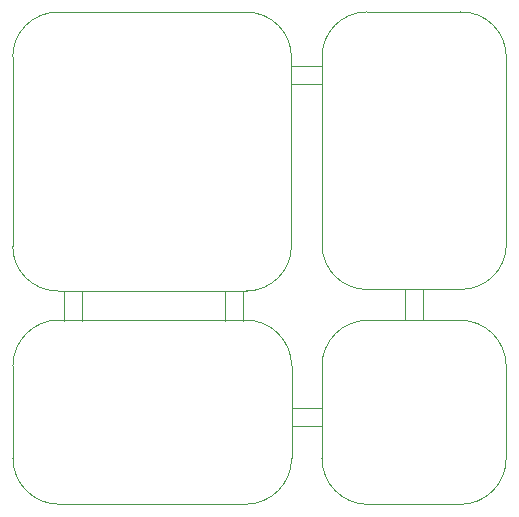
<source format=gko>
%TF.GenerationSoftware,KiCad,Pcbnew,4.0.5-e0-6337~49~ubuntu16.04.1*%
%TF.CreationDate,2017-07-06T19:13:04-07:00*%
%TF.ProjectId,SMTLimitLED-SMTButton-Battery,534D544C696D69744C45442D534D5442,1.0*%
%TF.FileFunction,Profile,NP*%
%FSLAX46Y46*%
G04 Gerber Fmt 4.6, Leading zero omitted, Abs format (unit mm)*
G04 Created by KiCad (PCBNEW 4.0.5-e0-6337~49~ubuntu16.04.1) date Thu Jul  6 19:13:04 2017*
%MOMM*%
%LPD*%
G01*
G04 APERTURE LIST*
%ADD10C,0.350000*%
%ADD11C,0.040640*%
%ADD12C,0.050000*%
G04 APERTURE END LIST*
D10*
D11*
X61361400Y-101562000D02*
X61361400Y-99022000D01*
X62885400Y-101562000D02*
X62885400Y-99022000D01*
X74961400Y-101562000D02*
X74961400Y-99022000D01*
X76485400Y-101562000D02*
X76485400Y-99022000D01*
X80653400Y-108950000D02*
X83193400Y-108950000D01*
X80653400Y-110474000D02*
X83193400Y-110474000D01*
X83183400Y-81484000D02*
X80643400Y-81484000D01*
X83183400Y-79960000D02*
X80643400Y-79960000D01*
X91773400Y-98926000D02*
X91773400Y-101466000D01*
X90249400Y-98926000D02*
X90249400Y-101466000D01*
X76733400Y-101482500D02*
X60933400Y-101482500D01*
X76733400Y-117082500D02*
X60933400Y-117082500D01*
X80633400Y-113182500D02*
X80633400Y-105382500D01*
X57033400Y-113182500D02*
X57033400Y-105382500D01*
X80633400Y-105382500D02*
G75*
G03X76733400Y-101482500I-3900000J0D01*
G01*
X76733400Y-117082500D02*
G75*
G03X80633400Y-113182500I0J3900000D01*
G01*
X57033400Y-113182500D02*
G75*
G03X60933400Y-117082500I3900000J0D01*
G01*
X60933400Y-101482500D02*
G75*
G03X57033400Y-105382500I0J-3900000D01*
G01*
X94900000Y-101500000D02*
X87100000Y-101500000D01*
X94900000Y-117100000D02*
X87100000Y-117100000D01*
X98800000Y-113200000D02*
X98800000Y-105400000D01*
X83200000Y-113200000D02*
X83200000Y-105400000D01*
X98800000Y-105400000D02*
G75*
G03X94900000Y-101500000I-3900000J0D01*
G01*
X94900000Y-117100000D02*
G75*
G03X98800000Y-113200000I0J3900000D01*
G01*
X83200000Y-113200000D02*
G75*
G03X87100000Y-117100000I3900000J0D01*
G01*
X87100000Y-101500000D02*
G75*
G03X83200000Y-105400000I0J-3900000D01*
G01*
D12*
X60813400Y-99022000D02*
X76813400Y-99022000D01*
X57013400Y-79222000D02*
X57013400Y-95222000D01*
X80613400Y-79222000D02*
X80613400Y-95222000D01*
X60813400Y-75422000D02*
X76813400Y-75422000D01*
X60813400Y-75422000D02*
G75*
G03X57013400Y-79222000I0J-3800000D01*
G01*
X57013400Y-95222000D02*
G75*
G03X60813400Y-99022000I3800000J0D01*
G01*
X76813400Y-99022000D02*
G75*
G03X80613400Y-95222000I0J3800000D01*
G01*
X80613400Y-79222000D02*
G75*
G03X76813400Y-75422000I-3800000J0D01*
G01*
D11*
X83203400Y-95202000D02*
G75*
G03X87103220Y-98895368I3799820J106632D01*
G01*
X95003400Y-98891821D02*
G75*
G03X98803400Y-95202000I0J3801645D01*
G01*
X98804716Y-79202000D02*
G75*
G03X94903400Y-75402000I-3801316J0D01*
G01*
X87003400Y-75400684D02*
G75*
G03X83203400Y-79302000I0J-3801316D01*
G01*
X87003400Y-75402000D02*
X95003400Y-75402000D01*
X83203400Y-79302000D02*
X83203400Y-95202000D01*
X98803400Y-79102000D02*
X98803400Y-95202000D01*
X87003400Y-98902000D02*
X95003400Y-98902000D01*
M02*

</source>
